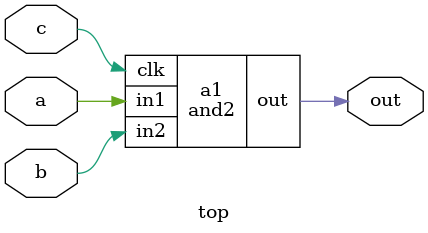
<source format=v>
module and2 (in1,in2,out,clk);
input in1,in2;
input clk;
output out;

assign out = in1 & in2;
endmodule

module top (a,b,c,out);
input a,b,c;
output out;

and2 a1 (.in1(a),.in2(b),.out(out),.clk(c));
endmodule

</source>
